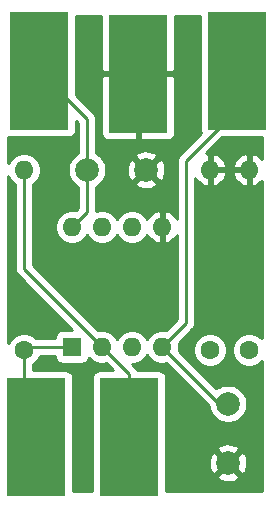
<source format=gtl>
G04 #@! TF.GenerationSoftware,KiCad,Pcbnew,(5.1.5)-3*
G04 #@! TF.CreationDate,2020-06-08T15:17:39-04:00*
G04 #@! TF.ProjectId,Vextrex Buzz Fix,56657874-7265-4782-9042-757a7a204669,rev?*
G04 #@! TF.SameCoordinates,Original*
G04 #@! TF.FileFunction,Copper,L1,Top*
G04 #@! TF.FilePolarity,Positive*
%FSLAX46Y46*%
G04 Gerber Fmt 4.6, Leading zero omitted, Abs format (unit mm)*
G04 Created by KiCad (PCBNEW (5.1.5)-3) date 2020-06-08 15:17:39*
%MOMM*%
%LPD*%
G04 APERTURE LIST*
%ADD10R,1.600000X1.600000*%
%ADD11O,1.600000X1.600000*%
%ADD12C,2.000000*%
%ADD13R,5.000000X10.000000*%
%ADD14C,1.600000*%
%ADD15C,0.600000*%
%ADD16C,0.250000*%
%ADD17C,0.254000*%
G04 APERTURE END LIST*
D10*
X149860000Y-115570000D03*
D11*
X157480000Y-105410000D03*
X152400000Y-115570000D03*
X154940000Y-105410000D03*
X154940000Y-115570000D03*
X152400000Y-105410000D03*
X157480000Y-115570000D03*
X149860000Y-105410000D03*
D12*
X151130000Y-100584000D03*
X156130000Y-100584000D03*
X163068000Y-120396000D03*
X163068000Y-125396000D03*
D13*
X154686000Y-123190000D03*
X146812000Y-123190000D03*
X147066000Y-92202000D03*
X163830000Y-92202000D03*
X155448000Y-92456000D03*
D14*
X161544000Y-115824000D03*
D11*
X161544000Y-100584000D03*
D14*
X164846000Y-115824000D03*
D11*
X164846000Y-100584000D03*
D14*
X145796000Y-115824000D03*
D11*
X145796000Y-100584000D03*
D15*
X159004000Y-122428000D03*
X159512000Y-115316000D03*
X146304000Y-113030000D03*
X150876000Y-120650000D03*
X155448000Y-109728000D03*
D16*
X151130000Y-100584000D02*
X151130000Y-96266000D01*
X151130000Y-96266000D02*
X147066000Y-92202000D01*
X151130000Y-100584000D02*
X151130000Y-104140000D01*
X151130000Y-104140000D02*
X149860000Y-105410000D01*
X163830000Y-92202000D02*
X163830000Y-95504000D01*
X163830000Y-95504000D02*
X159512000Y-99822000D01*
X159512000Y-99822000D02*
X159512000Y-113538000D01*
X159512000Y-113538000D02*
X157480000Y-115570000D01*
X163068000Y-120396000D02*
X162306000Y-120396000D01*
X162306000Y-120396000D02*
X157480000Y-115570000D01*
X145796000Y-100584000D02*
X145796000Y-108966000D01*
X145796000Y-108966000D02*
X152400000Y-115570000D01*
X154686000Y-123190000D02*
X154686000Y-117856000D01*
X154686000Y-117856000D02*
X152400000Y-115570000D01*
X149860000Y-115570000D02*
X146050000Y-115570000D01*
X146050000Y-115570000D02*
X145796000Y-115824000D01*
X145796000Y-115824000D02*
X145796000Y-122174000D01*
X145796000Y-122174000D02*
X146812000Y-123190000D01*
D17*
G36*
X148421928Y-116370000D02*
G01*
X148434188Y-116494482D01*
X148470498Y-116614180D01*
X148529463Y-116724494D01*
X148608815Y-116821185D01*
X148705506Y-116900537D01*
X148815820Y-116959502D01*
X148935518Y-116995812D01*
X149060000Y-117008072D01*
X150660000Y-117008072D01*
X150784482Y-116995812D01*
X150904180Y-116959502D01*
X151014494Y-116900537D01*
X151111185Y-116821185D01*
X151190537Y-116724494D01*
X151249502Y-116614180D01*
X151285812Y-116494482D01*
X151286643Y-116486039D01*
X151485241Y-116684637D01*
X151720273Y-116841680D01*
X151981426Y-116949853D01*
X152258665Y-117005000D01*
X152541335Y-117005000D01*
X152723886Y-116968688D01*
X153307126Y-117551928D01*
X152186000Y-117551928D01*
X152061518Y-117564188D01*
X151941820Y-117600498D01*
X151831506Y-117659463D01*
X151734815Y-117738815D01*
X151655463Y-117835506D01*
X151596498Y-117945820D01*
X151560188Y-118065518D01*
X151547928Y-118190000D01*
X151547928Y-127814000D01*
X149950072Y-127814000D01*
X149950072Y-118190000D01*
X149937812Y-118065518D01*
X149901502Y-117945820D01*
X149842537Y-117835506D01*
X149763185Y-117738815D01*
X149666494Y-117659463D01*
X149556180Y-117600498D01*
X149436482Y-117564188D01*
X149312000Y-117551928D01*
X146556000Y-117551928D01*
X146556000Y-117042043D01*
X146710759Y-116938637D01*
X146910637Y-116738759D01*
X147067680Y-116503727D01*
X147139640Y-116330000D01*
X148421928Y-116330000D01*
X148421928Y-116370000D01*
G37*
X148421928Y-116370000D02*
X148434188Y-116494482D01*
X148470498Y-116614180D01*
X148529463Y-116724494D01*
X148608815Y-116821185D01*
X148705506Y-116900537D01*
X148815820Y-116959502D01*
X148935518Y-116995812D01*
X149060000Y-117008072D01*
X150660000Y-117008072D01*
X150784482Y-116995812D01*
X150904180Y-116959502D01*
X151014494Y-116900537D01*
X151111185Y-116821185D01*
X151190537Y-116724494D01*
X151249502Y-116614180D01*
X151285812Y-116494482D01*
X151286643Y-116486039D01*
X151485241Y-116684637D01*
X151720273Y-116841680D01*
X151981426Y-116949853D01*
X152258665Y-117005000D01*
X152541335Y-117005000D01*
X152723886Y-116968688D01*
X153307126Y-117551928D01*
X152186000Y-117551928D01*
X152061518Y-117564188D01*
X151941820Y-117600498D01*
X151831506Y-117659463D01*
X151734815Y-117738815D01*
X151655463Y-117835506D01*
X151596498Y-117945820D01*
X151560188Y-118065518D01*
X151547928Y-118190000D01*
X151547928Y-127814000D01*
X149950072Y-127814000D01*
X149950072Y-118190000D01*
X149937812Y-118065518D01*
X149901502Y-117945820D01*
X149842537Y-117835506D01*
X149763185Y-117738815D01*
X149666494Y-117659463D01*
X149556180Y-117600498D01*
X149436482Y-117564188D01*
X149312000Y-117551928D01*
X146556000Y-117551928D01*
X146556000Y-117042043D01*
X146710759Y-116938637D01*
X146910637Y-116738759D01*
X147067680Y-116503727D01*
X147139640Y-116330000D01*
X148421928Y-116330000D01*
X148421928Y-116370000D01*
G36*
X165914000Y-99635814D02*
G01*
X165809414Y-99520481D01*
X165583420Y-99352963D01*
X165329087Y-99232754D01*
X165195039Y-99192096D01*
X164973000Y-99314085D01*
X164973000Y-100457000D01*
X164993000Y-100457000D01*
X164993000Y-100711000D01*
X164973000Y-100711000D01*
X164973000Y-101853915D01*
X165195039Y-101975904D01*
X165329087Y-101935246D01*
X165583420Y-101815037D01*
X165809414Y-101647519D01*
X165914000Y-101532186D01*
X165914001Y-114862605D01*
X165760759Y-114709363D01*
X165525727Y-114552320D01*
X165264574Y-114444147D01*
X164987335Y-114389000D01*
X164704665Y-114389000D01*
X164427426Y-114444147D01*
X164166273Y-114552320D01*
X163931241Y-114709363D01*
X163731363Y-114909241D01*
X163574320Y-115144273D01*
X163466147Y-115405426D01*
X163411000Y-115682665D01*
X163411000Y-115965335D01*
X163466147Y-116242574D01*
X163574320Y-116503727D01*
X163731363Y-116738759D01*
X163931241Y-116938637D01*
X164166273Y-117095680D01*
X164427426Y-117203853D01*
X164704665Y-117259000D01*
X164987335Y-117259000D01*
X165264574Y-117203853D01*
X165525727Y-117095680D01*
X165760759Y-116938637D01*
X165914001Y-116785395D01*
X165914001Y-127814000D01*
X157824072Y-127814000D01*
X157824072Y-126531413D01*
X162112192Y-126531413D01*
X162207956Y-126795814D01*
X162497571Y-126936704D01*
X162809108Y-127018384D01*
X163130595Y-127037718D01*
X163449675Y-126993961D01*
X163754088Y-126888795D01*
X163928044Y-126795814D01*
X164023808Y-126531413D01*
X163068000Y-125575605D01*
X162112192Y-126531413D01*
X157824072Y-126531413D01*
X157824072Y-125458595D01*
X161426282Y-125458595D01*
X161470039Y-125777675D01*
X161575205Y-126082088D01*
X161668186Y-126256044D01*
X161932587Y-126351808D01*
X162888395Y-125396000D01*
X163247605Y-125396000D01*
X164203413Y-126351808D01*
X164467814Y-126256044D01*
X164608704Y-125966429D01*
X164690384Y-125654892D01*
X164709718Y-125333405D01*
X164665961Y-125014325D01*
X164560795Y-124709912D01*
X164467814Y-124535956D01*
X164203413Y-124440192D01*
X163247605Y-125396000D01*
X162888395Y-125396000D01*
X161932587Y-124440192D01*
X161668186Y-124535956D01*
X161527296Y-124825571D01*
X161445616Y-125137108D01*
X161426282Y-125458595D01*
X157824072Y-125458595D01*
X157824072Y-124260587D01*
X162112192Y-124260587D01*
X163068000Y-125216395D01*
X164023808Y-124260587D01*
X163928044Y-123996186D01*
X163638429Y-123855296D01*
X163326892Y-123773616D01*
X163005405Y-123754282D01*
X162686325Y-123798039D01*
X162381912Y-123903205D01*
X162207956Y-123996186D01*
X162112192Y-124260587D01*
X157824072Y-124260587D01*
X157824072Y-118190000D01*
X157811812Y-118065518D01*
X157775502Y-117945820D01*
X157716537Y-117835506D01*
X157637185Y-117738815D01*
X157540494Y-117659463D01*
X157430180Y-117600498D01*
X157310482Y-117564188D01*
X157186000Y-117551928D01*
X155385225Y-117551928D01*
X155320974Y-117431724D01*
X155226001Y-117315999D01*
X155197003Y-117292201D01*
X154909802Y-117005000D01*
X155081335Y-117005000D01*
X155358574Y-116949853D01*
X155619727Y-116841680D01*
X155854759Y-116684637D01*
X156054637Y-116484759D01*
X156210000Y-116252241D01*
X156365363Y-116484759D01*
X156565241Y-116684637D01*
X156800273Y-116841680D01*
X157061426Y-116949853D01*
X157338665Y-117005000D01*
X157621335Y-117005000D01*
X157803887Y-116968688D01*
X161443123Y-120607925D01*
X161495832Y-120872912D01*
X161619082Y-121170463D01*
X161798013Y-121438252D01*
X162025748Y-121665987D01*
X162293537Y-121844918D01*
X162591088Y-121968168D01*
X162906967Y-122031000D01*
X163229033Y-122031000D01*
X163544912Y-121968168D01*
X163842463Y-121844918D01*
X164110252Y-121665987D01*
X164337987Y-121438252D01*
X164516918Y-121170463D01*
X164640168Y-120872912D01*
X164703000Y-120557033D01*
X164703000Y-120234967D01*
X164640168Y-119919088D01*
X164516918Y-119621537D01*
X164337987Y-119353748D01*
X164110252Y-119126013D01*
X163842463Y-118947082D01*
X163544912Y-118823832D01*
X163229033Y-118761000D01*
X162906967Y-118761000D01*
X162591088Y-118823832D01*
X162293537Y-118947082D01*
X162076742Y-119091940D01*
X158878688Y-115893887D01*
X158915000Y-115711335D01*
X158915000Y-115682665D01*
X160109000Y-115682665D01*
X160109000Y-115965335D01*
X160164147Y-116242574D01*
X160272320Y-116503727D01*
X160429363Y-116738759D01*
X160629241Y-116938637D01*
X160864273Y-117095680D01*
X161125426Y-117203853D01*
X161402665Y-117259000D01*
X161685335Y-117259000D01*
X161962574Y-117203853D01*
X162223727Y-117095680D01*
X162458759Y-116938637D01*
X162658637Y-116738759D01*
X162815680Y-116503727D01*
X162923853Y-116242574D01*
X162979000Y-115965335D01*
X162979000Y-115682665D01*
X162923853Y-115405426D01*
X162815680Y-115144273D01*
X162658637Y-114909241D01*
X162458759Y-114709363D01*
X162223727Y-114552320D01*
X161962574Y-114444147D01*
X161685335Y-114389000D01*
X161402665Y-114389000D01*
X161125426Y-114444147D01*
X160864273Y-114552320D01*
X160629241Y-114709363D01*
X160429363Y-114909241D01*
X160272320Y-115144273D01*
X160164147Y-115405426D01*
X160109000Y-115682665D01*
X158915000Y-115682665D01*
X158915000Y-115428665D01*
X158878688Y-115246114D01*
X160023003Y-114101799D01*
X160052001Y-114078001D01*
X160078332Y-114045917D01*
X160146974Y-113962277D01*
X160217546Y-113830247D01*
X160261003Y-113686986D01*
X160272000Y-113575333D01*
X160272000Y-113575323D01*
X160275676Y-113538000D01*
X160272000Y-113500677D01*
X160272000Y-101239683D01*
X160391615Y-101439131D01*
X160580586Y-101647519D01*
X160806580Y-101815037D01*
X161060913Y-101935246D01*
X161194961Y-101975904D01*
X161417000Y-101853915D01*
X161417000Y-100711000D01*
X161671000Y-100711000D01*
X161671000Y-101853915D01*
X161893039Y-101975904D01*
X162027087Y-101935246D01*
X162281420Y-101815037D01*
X162507414Y-101647519D01*
X162696385Y-101439131D01*
X162841070Y-101197881D01*
X162935909Y-100933040D01*
X163454091Y-100933040D01*
X163548930Y-101197881D01*
X163693615Y-101439131D01*
X163882586Y-101647519D01*
X164108580Y-101815037D01*
X164362913Y-101935246D01*
X164496961Y-101975904D01*
X164719000Y-101853915D01*
X164719000Y-100711000D01*
X163575376Y-100711000D01*
X163454091Y-100933040D01*
X162935909Y-100933040D01*
X162814624Y-100711000D01*
X161671000Y-100711000D01*
X161417000Y-100711000D01*
X161397000Y-100711000D01*
X161397000Y-100457000D01*
X161417000Y-100457000D01*
X161417000Y-99314085D01*
X161671000Y-99314085D01*
X161671000Y-100457000D01*
X162814624Y-100457000D01*
X162935909Y-100234960D01*
X163454091Y-100234960D01*
X163575376Y-100457000D01*
X164719000Y-100457000D01*
X164719000Y-99314085D01*
X164496961Y-99192096D01*
X164362913Y-99232754D01*
X164108580Y-99352963D01*
X163882586Y-99520481D01*
X163693615Y-99728869D01*
X163548930Y-99970119D01*
X163454091Y-100234960D01*
X162935909Y-100234960D01*
X162841070Y-99970119D01*
X162696385Y-99728869D01*
X162507414Y-99520481D01*
X162281420Y-99352963D01*
X162027087Y-99232754D01*
X161893039Y-99192096D01*
X161671000Y-99314085D01*
X161417000Y-99314085D01*
X161208995Y-99199806D01*
X162568730Y-97840072D01*
X165914000Y-97840072D01*
X165914000Y-99635814D01*
G37*
X165914000Y-99635814D02*
X165809414Y-99520481D01*
X165583420Y-99352963D01*
X165329087Y-99232754D01*
X165195039Y-99192096D01*
X164973000Y-99314085D01*
X164973000Y-100457000D01*
X164993000Y-100457000D01*
X164993000Y-100711000D01*
X164973000Y-100711000D01*
X164973000Y-101853915D01*
X165195039Y-101975904D01*
X165329087Y-101935246D01*
X165583420Y-101815037D01*
X165809414Y-101647519D01*
X165914000Y-101532186D01*
X165914001Y-114862605D01*
X165760759Y-114709363D01*
X165525727Y-114552320D01*
X165264574Y-114444147D01*
X164987335Y-114389000D01*
X164704665Y-114389000D01*
X164427426Y-114444147D01*
X164166273Y-114552320D01*
X163931241Y-114709363D01*
X163731363Y-114909241D01*
X163574320Y-115144273D01*
X163466147Y-115405426D01*
X163411000Y-115682665D01*
X163411000Y-115965335D01*
X163466147Y-116242574D01*
X163574320Y-116503727D01*
X163731363Y-116738759D01*
X163931241Y-116938637D01*
X164166273Y-117095680D01*
X164427426Y-117203853D01*
X164704665Y-117259000D01*
X164987335Y-117259000D01*
X165264574Y-117203853D01*
X165525727Y-117095680D01*
X165760759Y-116938637D01*
X165914001Y-116785395D01*
X165914001Y-127814000D01*
X157824072Y-127814000D01*
X157824072Y-126531413D01*
X162112192Y-126531413D01*
X162207956Y-126795814D01*
X162497571Y-126936704D01*
X162809108Y-127018384D01*
X163130595Y-127037718D01*
X163449675Y-126993961D01*
X163754088Y-126888795D01*
X163928044Y-126795814D01*
X164023808Y-126531413D01*
X163068000Y-125575605D01*
X162112192Y-126531413D01*
X157824072Y-126531413D01*
X157824072Y-125458595D01*
X161426282Y-125458595D01*
X161470039Y-125777675D01*
X161575205Y-126082088D01*
X161668186Y-126256044D01*
X161932587Y-126351808D01*
X162888395Y-125396000D01*
X163247605Y-125396000D01*
X164203413Y-126351808D01*
X164467814Y-126256044D01*
X164608704Y-125966429D01*
X164690384Y-125654892D01*
X164709718Y-125333405D01*
X164665961Y-125014325D01*
X164560795Y-124709912D01*
X164467814Y-124535956D01*
X164203413Y-124440192D01*
X163247605Y-125396000D01*
X162888395Y-125396000D01*
X161932587Y-124440192D01*
X161668186Y-124535956D01*
X161527296Y-124825571D01*
X161445616Y-125137108D01*
X161426282Y-125458595D01*
X157824072Y-125458595D01*
X157824072Y-124260587D01*
X162112192Y-124260587D01*
X163068000Y-125216395D01*
X164023808Y-124260587D01*
X163928044Y-123996186D01*
X163638429Y-123855296D01*
X163326892Y-123773616D01*
X163005405Y-123754282D01*
X162686325Y-123798039D01*
X162381912Y-123903205D01*
X162207956Y-123996186D01*
X162112192Y-124260587D01*
X157824072Y-124260587D01*
X157824072Y-118190000D01*
X157811812Y-118065518D01*
X157775502Y-117945820D01*
X157716537Y-117835506D01*
X157637185Y-117738815D01*
X157540494Y-117659463D01*
X157430180Y-117600498D01*
X157310482Y-117564188D01*
X157186000Y-117551928D01*
X155385225Y-117551928D01*
X155320974Y-117431724D01*
X155226001Y-117315999D01*
X155197003Y-117292201D01*
X154909802Y-117005000D01*
X155081335Y-117005000D01*
X155358574Y-116949853D01*
X155619727Y-116841680D01*
X155854759Y-116684637D01*
X156054637Y-116484759D01*
X156210000Y-116252241D01*
X156365363Y-116484759D01*
X156565241Y-116684637D01*
X156800273Y-116841680D01*
X157061426Y-116949853D01*
X157338665Y-117005000D01*
X157621335Y-117005000D01*
X157803887Y-116968688D01*
X161443123Y-120607925D01*
X161495832Y-120872912D01*
X161619082Y-121170463D01*
X161798013Y-121438252D01*
X162025748Y-121665987D01*
X162293537Y-121844918D01*
X162591088Y-121968168D01*
X162906967Y-122031000D01*
X163229033Y-122031000D01*
X163544912Y-121968168D01*
X163842463Y-121844918D01*
X164110252Y-121665987D01*
X164337987Y-121438252D01*
X164516918Y-121170463D01*
X164640168Y-120872912D01*
X164703000Y-120557033D01*
X164703000Y-120234967D01*
X164640168Y-119919088D01*
X164516918Y-119621537D01*
X164337987Y-119353748D01*
X164110252Y-119126013D01*
X163842463Y-118947082D01*
X163544912Y-118823832D01*
X163229033Y-118761000D01*
X162906967Y-118761000D01*
X162591088Y-118823832D01*
X162293537Y-118947082D01*
X162076742Y-119091940D01*
X158878688Y-115893887D01*
X158915000Y-115711335D01*
X158915000Y-115682665D01*
X160109000Y-115682665D01*
X160109000Y-115965335D01*
X160164147Y-116242574D01*
X160272320Y-116503727D01*
X160429363Y-116738759D01*
X160629241Y-116938637D01*
X160864273Y-117095680D01*
X161125426Y-117203853D01*
X161402665Y-117259000D01*
X161685335Y-117259000D01*
X161962574Y-117203853D01*
X162223727Y-117095680D01*
X162458759Y-116938637D01*
X162658637Y-116738759D01*
X162815680Y-116503727D01*
X162923853Y-116242574D01*
X162979000Y-115965335D01*
X162979000Y-115682665D01*
X162923853Y-115405426D01*
X162815680Y-115144273D01*
X162658637Y-114909241D01*
X162458759Y-114709363D01*
X162223727Y-114552320D01*
X161962574Y-114444147D01*
X161685335Y-114389000D01*
X161402665Y-114389000D01*
X161125426Y-114444147D01*
X160864273Y-114552320D01*
X160629241Y-114709363D01*
X160429363Y-114909241D01*
X160272320Y-115144273D01*
X160164147Y-115405426D01*
X160109000Y-115682665D01*
X158915000Y-115682665D01*
X158915000Y-115428665D01*
X158878688Y-115246114D01*
X160023003Y-114101799D01*
X160052001Y-114078001D01*
X160078332Y-114045917D01*
X160146974Y-113962277D01*
X160217546Y-113830247D01*
X160261003Y-113686986D01*
X160272000Y-113575333D01*
X160272000Y-113575323D01*
X160275676Y-113538000D01*
X160272000Y-113500677D01*
X160272000Y-101239683D01*
X160391615Y-101439131D01*
X160580586Y-101647519D01*
X160806580Y-101815037D01*
X161060913Y-101935246D01*
X161194961Y-101975904D01*
X161417000Y-101853915D01*
X161417000Y-100711000D01*
X161671000Y-100711000D01*
X161671000Y-101853915D01*
X161893039Y-101975904D01*
X162027087Y-101935246D01*
X162281420Y-101815037D01*
X162507414Y-101647519D01*
X162696385Y-101439131D01*
X162841070Y-101197881D01*
X162935909Y-100933040D01*
X163454091Y-100933040D01*
X163548930Y-101197881D01*
X163693615Y-101439131D01*
X163882586Y-101647519D01*
X164108580Y-101815037D01*
X164362913Y-101935246D01*
X164496961Y-101975904D01*
X164719000Y-101853915D01*
X164719000Y-100711000D01*
X163575376Y-100711000D01*
X163454091Y-100933040D01*
X162935909Y-100933040D01*
X162814624Y-100711000D01*
X161671000Y-100711000D01*
X161417000Y-100711000D01*
X161397000Y-100711000D01*
X161397000Y-100457000D01*
X161417000Y-100457000D01*
X161417000Y-99314085D01*
X161671000Y-99314085D01*
X161671000Y-100457000D01*
X162814624Y-100457000D01*
X162935909Y-100234960D01*
X163454091Y-100234960D01*
X163575376Y-100457000D01*
X164719000Y-100457000D01*
X164719000Y-99314085D01*
X164496961Y-99192096D01*
X164362913Y-99232754D01*
X164108580Y-99352963D01*
X163882586Y-99520481D01*
X163693615Y-99728869D01*
X163548930Y-99970119D01*
X163454091Y-100234960D01*
X162935909Y-100234960D01*
X162841070Y-99970119D01*
X162696385Y-99728869D01*
X162507414Y-99520481D01*
X162281420Y-99352963D01*
X162027087Y-99232754D01*
X161893039Y-99192096D01*
X161671000Y-99314085D01*
X161417000Y-99314085D01*
X161208995Y-99199806D01*
X162568730Y-97840072D01*
X165914000Y-97840072D01*
X165914000Y-99635814D01*
G36*
X144524320Y-101263727D02*
G01*
X144681363Y-101498759D01*
X144881241Y-101698637D01*
X145036000Y-101802044D01*
X145036001Y-108928668D01*
X145032324Y-108966000D01*
X145046998Y-109114985D01*
X145090454Y-109258246D01*
X145161026Y-109390276D01*
X145232201Y-109477002D01*
X145256000Y-109506001D01*
X145284998Y-109529799D01*
X149887126Y-114131928D01*
X149060000Y-114131928D01*
X148935518Y-114144188D01*
X148815820Y-114180498D01*
X148705506Y-114239463D01*
X148608815Y-114318815D01*
X148529463Y-114415506D01*
X148470498Y-114525820D01*
X148434188Y-114645518D01*
X148421928Y-114770000D01*
X148421928Y-114810000D01*
X146811396Y-114810000D01*
X146710759Y-114709363D01*
X146475727Y-114552320D01*
X146214574Y-114444147D01*
X145937335Y-114389000D01*
X145654665Y-114389000D01*
X145377426Y-114444147D01*
X145116273Y-114552320D01*
X144881241Y-114709363D01*
X144681363Y-114909241D01*
X144524320Y-115144273D01*
X144474000Y-115265756D01*
X144474000Y-101142244D01*
X144524320Y-101263727D01*
G37*
X144524320Y-101263727D02*
X144681363Y-101498759D01*
X144881241Y-101698637D01*
X145036000Y-101802044D01*
X145036001Y-108928668D01*
X145032324Y-108966000D01*
X145046998Y-109114985D01*
X145090454Y-109258246D01*
X145161026Y-109390276D01*
X145232201Y-109477002D01*
X145256000Y-109506001D01*
X145284998Y-109529799D01*
X149887126Y-114131928D01*
X149060000Y-114131928D01*
X148935518Y-114144188D01*
X148815820Y-114180498D01*
X148705506Y-114239463D01*
X148608815Y-114318815D01*
X148529463Y-114415506D01*
X148470498Y-114525820D01*
X148434188Y-114645518D01*
X148421928Y-114770000D01*
X148421928Y-114810000D01*
X146811396Y-114810000D01*
X146710759Y-114709363D01*
X146475727Y-114552320D01*
X146214574Y-114444147D01*
X145937335Y-114389000D01*
X145654665Y-114389000D01*
X145377426Y-114444147D01*
X145116273Y-114552320D01*
X144881241Y-114709363D01*
X144681363Y-114909241D01*
X144524320Y-115144273D01*
X144474000Y-115265756D01*
X144474000Y-101142244D01*
X144524320Y-101263727D01*
G36*
X152313000Y-92170250D02*
G01*
X152471750Y-92329000D01*
X155321000Y-92329000D01*
X155321000Y-92309000D01*
X155575000Y-92309000D01*
X155575000Y-92329000D01*
X158424250Y-92329000D01*
X158583000Y-92170250D01*
X158585992Y-87578000D01*
X160691928Y-87578000D01*
X160691928Y-97202000D01*
X160704188Y-97326482D01*
X160740498Y-97446180D01*
X160765759Y-97493439D01*
X159001003Y-99258196D01*
X158971999Y-99281999D01*
X158916871Y-99349174D01*
X158877026Y-99397724D01*
X158849839Y-99448587D01*
X158806454Y-99529754D01*
X158762997Y-99673015D01*
X158752000Y-99784668D01*
X158752000Y-99784678D01*
X158748324Y-99822000D01*
X158752000Y-99859322D01*
X158752000Y-104754317D01*
X158632385Y-104554869D01*
X158443414Y-104346481D01*
X158217420Y-104178963D01*
X157963087Y-104058754D01*
X157829039Y-104018096D01*
X157607000Y-104140085D01*
X157607000Y-105283000D01*
X157627000Y-105283000D01*
X157627000Y-105537000D01*
X157607000Y-105537000D01*
X157607000Y-106679915D01*
X157829039Y-106801904D01*
X157963087Y-106761246D01*
X158217420Y-106641037D01*
X158443414Y-106473519D01*
X158632385Y-106265131D01*
X158752000Y-106065682D01*
X158752001Y-113223197D01*
X157803886Y-114171312D01*
X157621335Y-114135000D01*
X157338665Y-114135000D01*
X157061426Y-114190147D01*
X156800273Y-114298320D01*
X156565241Y-114455363D01*
X156365363Y-114655241D01*
X156210000Y-114887759D01*
X156054637Y-114655241D01*
X155854759Y-114455363D01*
X155619727Y-114298320D01*
X155358574Y-114190147D01*
X155081335Y-114135000D01*
X154798665Y-114135000D01*
X154521426Y-114190147D01*
X154260273Y-114298320D01*
X154025241Y-114455363D01*
X153825363Y-114655241D01*
X153670000Y-114887759D01*
X153514637Y-114655241D01*
X153314759Y-114455363D01*
X153079727Y-114298320D01*
X152818574Y-114190147D01*
X152541335Y-114135000D01*
X152258665Y-114135000D01*
X152076114Y-114171312D01*
X146556000Y-108651199D01*
X146556000Y-101802043D01*
X146710759Y-101698637D01*
X146910637Y-101498759D01*
X147067680Y-101263727D01*
X147175853Y-101002574D01*
X147231000Y-100725335D01*
X147231000Y-100442665D01*
X147175853Y-100165426D01*
X147067680Y-99904273D01*
X146910637Y-99669241D01*
X146710759Y-99469363D01*
X146475727Y-99312320D01*
X146214574Y-99204147D01*
X145937335Y-99149000D01*
X145654665Y-99149000D01*
X145377426Y-99204147D01*
X145116273Y-99312320D01*
X144881241Y-99469363D01*
X144681363Y-99669241D01*
X144524320Y-99904273D01*
X144474000Y-100025756D01*
X144474000Y-97831011D01*
X144566000Y-97840072D01*
X149566000Y-97840072D01*
X149690482Y-97827812D01*
X149810180Y-97791502D01*
X149920494Y-97732537D01*
X150017185Y-97653185D01*
X150096537Y-97556494D01*
X150155502Y-97446180D01*
X150191812Y-97326482D01*
X150204072Y-97202000D01*
X150204072Y-96414874D01*
X150370001Y-96580803D01*
X150370000Y-99129091D01*
X150355537Y-99135082D01*
X150087748Y-99314013D01*
X149860013Y-99541748D01*
X149681082Y-99809537D01*
X149557832Y-100107088D01*
X149495000Y-100422967D01*
X149495000Y-100745033D01*
X149557832Y-101060912D01*
X149681082Y-101358463D01*
X149860013Y-101626252D01*
X150087748Y-101853987D01*
X150355537Y-102032918D01*
X150370000Y-102038909D01*
X150370001Y-103825197D01*
X150183886Y-104011312D01*
X150001335Y-103975000D01*
X149718665Y-103975000D01*
X149441426Y-104030147D01*
X149180273Y-104138320D01*
X148945241Y-104295363D01*
X148745363Y-104495241D01*
X148588320Y-104730273D01*
X148480147Y-104991426D01*
X148425000Y-105268665D01*
X148425000Y-105551335D01*
X148480147Y-105828574D01*
X148588320Y-106089727D01*
X148745363Y-106324759D01*
X148945241Y-106524637D01*
X149180273Y-106681680D01*
X149441426Y-106789853D01*
X149718665Y-106845000D01*
X150001335Y-106845000D01*
X150278574Y-106789853D01*
X150539727Y-106681680D01*
X150774759Y-106524637D01*
X150974637Y-106324759D01*
X151130000Y-106092241D01*
X151285363Y-106324759D01*
X151485241Y-106524637D01*
X151720273Y-106681680D01*
X151981426Y-106789853D01*
X152258665Y-106845000D01*
X152541335Y-106845000D01*
X152818574Y-106789853D01*
X153079727Y-106681680D01*
X153314759Y-106524637D01*
X153514637Y-106324759D01*
X153670000Y-106092241D01*
X153825363Y-106324759D01*
X154025241Y-106524637D01*
X154260273Y-106681680D01*
X154521426Y-106789853D01*
X154798665Y-106845000D01*
X155081335Y-106845000D01*
X155358574Y-106789853D01*
X155619727Y-106681680D01*
X155854759Y-106524637D01*
X156054637Y-106324759D01*
X156211680Y-106089727D01*
X156216067Y-106079135D01*
X156327615Y-106265131D01*
X156516586Y-106473519D01*
X156742580Y-106641037D01*
X156996913Y-106761246D01*
X157130961Y-106801904D01*
X157353000Y-106679915D01*
X157353000Y-105537000D01*
X157333000Y-105537000D01*
X157333000Y-105283000D01*
X157353000Y-105283000D01*
X157353000Y-104140085D01*
X157130961Y-104018096D01*
X156996913Y-104058754D01*
X156742580Y-104178963D01*
X156516586Y-104346481D01*
X156327615Y-104554869D01*
X156216067Y-104740865D01*
X156211680Y-104730273D01*
X156054637Y-104495241D01*
X155854759Y-104295363D01*
X155619727Y-104138320D01*
X155358574Y-104030147D01*
X155081335Y-103975000D01*
X154798665Y-103975000D01*
X154521426Y-104030147D01*
X154260273Y-104138320D01*
X154025241Y-104295363D01*
X153825363Y-104495241D01*
X153670000Y-104727759D01*
X153514637Y-104495241D01*
X153314759Y-104295363D01*
X153079727Y-104138320D01*
X152818574Y-104030147D01*
X152541335Y-103975000D01*
X152258665Y-103975000D01*
X151981426Y-104030147D01*
X151890000Y-104068017D01*
X151890000Y-102038909D01*
X151904463Y-102032918D01*
X152172252Y-101853987D01*
X152306826Y-101719413D01*
X155174192Y-101719413D01*
X155269956Y-101983814D01*
X155559571Y-102124704D01*
X155871108Y-102206384D01*
X156192595Y-102225718D01*
X156511675Y-102181961D01*
X156816088Y-102076795D01*
X156990044Y-101983814D01*
X157085808Y-101719413D01*
X156130000Y-100763605D01*
X155174192Y-101719413D01*
X152306826Y-101719413D01*
X152399987Y-101626252D01*
X152578918Y-101358463D01*
X152702168Y-101060912D01*
X152765000Y-100745033D01*
X152765000Y-100646595D01*
X154488282Y-100646595D01*
X154532039Y-100965675D01*
X154637205Y-101270088D01*
X154730186Y-101444044D01*
X154994587Y-101539808D01*
X155950395Y-100584000D01*
X156309605Y-100584000D01*
X157265413Y-101539808D01*
X157529814Y-101444044D01*
X157670704Y-101154429D01*
X157752384Y-100842892D01*
X157771718Y-100521405D01*
X157727961Y-100202325D01*
X157622795Y-99897912D01*
X157529814Y-99723956D01*
X157265413Y-99628192D01*
X156309605Y-100584000D01*
X155950395Y-100584000D01*
X154994587Y-99628192D01*
X154730186Y-99723956D01*
X154589296Y-100013571D01*
X154507616Y-100325108D01*
X154488282Y-100646595D01*
X152765000Y-100646595D01*
X152765000Y-100422967D01*
X152702168Y-100107088D01*
X152578918Y-99809537D01*
X152399987Y-99541748D01*
X152306826Y-99448587D01*
X155174192Y-99448587D01*
X156130000Y-100404395D01*
X157085808Y-99448587D01*
X156990044Y-99184186D01*
X156700429Y-99043296D01*
X156388892Y-98961616D01*
X156067405Y-98942282D01*
X155748325Y-98986039D01*
X155443912Y-99091205D01*
X155269956Y-99184186D01*
X155174192Y-99448587D01*
X152306826Y-99448587D01*
X152172252Y-99314013D01*
X151904463Y-99135082D01*
X151890000Y-99129091D01*
X151890000Y-97456000D01*
X152309928Y-97456000D01*
X152322188Y-97580482D01*
X152358498Y-97700180D01*
X152417463Y-97810494D01*
X152496815Y-97907185D01*
X152593506Y-97986537D01*
X152703820Y-98045502D01*
X152823518Y-98081812D01*
X152948000Y-98094072D01*
X155162250Y-98091000D01*
X155321000Y-97932250D01*
X155321000Y-92583000D01*
X155575000Y-92583000D01*
X155575000Y-97932250D01*
X155733750Y-98091000D01*
X157948000Y-98094072D01*
X158072482Y-98081812D01*
X158192180Y-98045502D01*
X158302494Y-97986537D01*
X158399185Y-97907185D01*
X158478537Y-97810494D01*
X158537502Y-97700180D01*
X158573812Y-97580482D01*
X158586072Y-97456000D01*
X158583000Y-92741750D01*
X158424250Y-92583000D01*
X155575000Y-92583000D01*
X155321000Y-92583000D01*
X152471750Y-92583000D01*
X152313000Y-92741750D01*
X152309928Y-97456000D01*
X151890000Y-97456000D01*
X151890000Y-96303323D01*
X151893676Y-96266000D01*
X151890000Y-96228677D01*
X151890000Y-96228667D01*
X151879003Y-96117014D01*
X151835546Y-95973753D01*
X151811238Y-95928276D01*
X151764974Y-95841723D01*
X151693799Y-95754997D01*
X151670001Y-95725999D01*
X151641003Y-95702201D01*
X150204072Y-94265270D01*
X150204072Y-87578000D01*
X152310008Y-87578000D01*
X152313000Y-92170250D01*
G37*
X152313000Y-92170250D02*
X152471750Y-92329000D01*
X155321000Y-92329000D01*
X155321000Y-92309000D01*
X155575000Y-92309000D01*
X155575000Y-92329000D01*
X158424250Y-92329000D01*
X158583000Y-92170250D01*
X158585992Y-87578000D01*
X160691928Y-87578000D01*
X160691928Y-97202000D01*
X160704188Y-97326482D01*
X160740498Y-97446180D01*
X160765759Y-97493439D01*
X159001003Y-99258196D01*
X158971999Y-99281999D01*
X158916871Y-99349174D01*
X158877026Y-99397724D01*
X158849839Y-99448587D01*
X158806454Y-99529754D01*
X158762997Y-99673015D01*
X158752000Y-99784668D01*
X158752000Y-99784678D01*
X158748324Y-99822000D01*
X158752000Y-99859322D01*
X158752000Y-104754317D01*
X158632385Y-104554869D01*
X158443414Y-104346481D01*
X158217420Y-104178963D01*
X157963087Y-104058754D01*
X157829039Y-104018096D01*
X157607000Y-104140085D01*
X157607000Y-105283000D01*
X157627000Y-105283000D01*
X157627000Y-105537000D01*
X157607000Y-105537000D01*
X157607000Y-106679915D01*
X157829039Y-106801904D01*
X157963087Y-106761246D01*
X158217420Y-106641037D01*
X158443414Y-106473519D01*
X158632385Y-106265131D01*
X158752000Y-106065682D01*
X158752001Y-113223197D01*
X157803886Y-114171312D01*
X157621335Y-114135000D01*
X157338665Y-114135000D01*
X157061426Y-114190147D01*
X156800273Y-114298320D01*
X156565241Y-114455363D01*
X156365363Y-114655241D01*
X156210000Y-114887759D01*
X156054637Y-114655241D01*
X155854759Y-114455363D01*
X155619727Y-114298320D01*
X155358574Y-114190147D01*
X155081335Y-114135000D01*
X154798665Y-114135000D01*
X154521426Y-114190147D01*
X154260273Y-114298320D01*
X154025241Y-114455363D01*
X153825363Y-114655241D01*
X153670000Y-114887759D01*
X153514637Y-114655241D01*
X153314759Y-114455363D01*
X153079727Y-114298320D01*
X152818574Y-114190147D01*
X152541335Y-114135000D01*
X152258665Y-114135000D01*
X152076114Y-114171312D01*
X146556000Y-108651199D01*
X146556000Y-101802043D01*
X146710759Y-101698637D01*
X146910637Y-101498759D01*
X147067680Y-101263727D01*
X147175853Y-101002574D01*
X147231000Y-100725335D01*
X147231000Y-100442665D01*
X147175853Y-100165426D01*
X147067680Y-99904273D01*
X146910637Y-99669241D01*
X146710759Y-99469363D01*
X146475727Y-99312320D01*
X146214574Y-99204147D01*
X145937335Y-99149000D01*
X145654665Y-99149000D01*
X145377426Y-99204147D01*
X145116273Y-99312320D01*
X144881241Y-99469363D01*
X144681363Y-99669241D01*
X144524320Y-99904273D01*
X144474000Y-100025756D01*
X144474000Y-97831011D01*
X144566000Y-97840072D01*
X149566000Y-97840072D01*
X149690482Y-97827812D01*
X149810180Y-97791502D01*
X149920494Y-97732537D01*
X150017185Y-97653185D01*
X150096537Y-97556494D01*
X150155502Y-97446180D01*
X150191812Y-97326482D01*
X150204072Y-97202000D01*
X150204072Y-96414874D01*
X150370001Y-96580803D01*
X150370000Y-99129091D01*
X150355537Y-99135082D01*
X150087748Y-99314013D01*
X149860013Y-99541748D01*
X149681082Y-99809537D01*
X149557832Y-100107088D01*
X149495000Y-100422967D01*
X149495000Y-100745033D01*
X149557832Y-101060912D01*
X149681082Y-101358463D01*
X149860013Y-101626252D01*
X150087748Y-101853987D01*
X150355537Y-102032918D01*
X150370000Y-102038909D01*
X150370001Y-103825197D01*
X150183886Y-104011312D01*
X150001335Y-103975000D01*
X149718665Y-103975000D01*
X149441426Y-104030147D01*
X149180273Y-104138320D01*
X148945241Y-104295363D01*
X148745363Y-104495241D01*
X148588320Y-104730273D01*
X148480147Y-104991426D01*
X148425000Y-105268665D01*
X148425000Y-105551335D01*
X148480147Y-105828574D01*
X148588320Y-106089727D01*
X148745363Y-106324759D01*
X148945241Y-106524637D01*
X149180273Y-106681680D01*
X149441426Y-106789853D01*
X149718665Y-106845000D01*
X150001335Y-106845000D01*
X150278574Y-106789853D01*
X150539727Y-106681680D01*
X150774759Y-106524637D01*
X150974637Y-106324759D01*
X151130000Y-106092241D01*
X151285363Y-106324759D01*
X151485241Y-106524637D01*
X151720273Y-106681680D01*
X151981426Y-106789853D01*
X152258665Y-106845000D01*
X152541335Y-106845000D01*
X152818574Y-106789853D01*
X153079727Y-106681680D01*
X153314759Y-106524637D01*
X153514637Y-106324759D01*
X153670000Y-106092241D01*
X153825363Y-106324759D01*
X154025241Y-106524637D01*
X154260273Y-106681680D01*
X154521426Y-106789853D01*
X154798665Y-106845000D01*
X155081335Y-106845000D01*
X155358574Y-106789853D01*
X155619727Y-106681680D01*
X155854759Y-106524637D01*
X156054637Y-106324759D01*
X156211680Y-106089727D01*
X156216067Y-106079135D01*
X156327615Y-106265131D01*
X156516586Y-106473519D01*
X156742580Y-106641037D01*
X156996913Y-106761246D01*
X157130961Y-106801904D01*
X157353000Y-106679915D01*
X157353000Y-105537000D01*
X157333000Y-105537000D01*
X157333000Y-105283000D01*
X157353000Y-105283000D01*
X157353000Y-104140085D01*
X157130961Y-104018096D01*
X156996913Y-104058754D01*
X156742580Y-104178963D01*
X156516586Y-104346481D01*
X156327615Y-104554869D01*
X156216067Y-104740865D01*
X156211680Y-104730273D01*
X156054637Y-104495241D01*
X155854759Y-104295363D01*
X155619727Y-104138320D01*
X155358574Y-104030147D01*
X155081335Y-103975000D01*
X154798665Y-103975000D01*
X154521426Y-104030147D01*
X154260273Y-104138320D01*
X154025241Y-104295363D01*
X153825363Y-104495241D01*
X153670000Y-104727759D01*
X153514637Y-104495241D01*
X153314759Y-104295363D01*
X153079727Y-104138320D01*
X152818574Y-104030147D01*
X152541335Y-103975000D01*
X152258665Y-103975000D01*
X151981426Y-104030147D01*
X151890000Y-104068017D01*
X151890000Y-102038909D01*
X151904463Y-102032918D01*
X152172252Y-101853987D01*
X152306826Y-101719413D01*
X155174192Y-101719413D01*
X155269956Y-101983814D01*
X155559571Y-102124704D01*
X155871108Y-102206384D01*
X156192595Y-102225718D01*
X156511675Y-102181961D01*
X156816088Y-102076795D01*
X156990044Y-101983814D01*
X157085808Y-101719413D01*
X156130000Y-100763605D01*
X155174192Y-101719413D01*
X152306826Y-101719413D01*
X152399987Y-101626252D01*
X152578918Y-101358463D01*
X152702168Y-101060912D01*
X152765000Y-100745033D01*
X152765000Y-100646595D01*
X154488282Y-100646595D01*
X154532039Y-100965675D01*
X154637205Y-101270088D01*
X154730186Y-101444044D01*
X154994587Y-101539808D01*
X155950395Y-100584000D01*
X156309605Y-100584000D01*
X157265413Y-101539808D01*
X157529814Y-101444044D01*
X157670704Y-101154429D01*
X157752384Y-100842892D01*
X157771718Y-100521405D01*
X157727961Y-100202325D01*
X157622795Y-99897912D01*
X157529814Y-99723956D01*
X157265413Y-99628192D01*
X156309605Y-100584000D01*
X155950395Y-100584000D01*
X154994587Y-99628192D01*
X154730186Y-99723956D01*
X154589296Y-100013571D01*
X154507616Y-100325108D01*
X154488282Y-100646595D01*
X152765000Y-100646595D01*
X152765000Y-100422967D01*
X152702168Y-100107088D01*
X152578918Y-99809537D01*
X152399987Y-99541748D01*
X152306826Y-99448587D01*
X155174192Y-99448587D01*
X156130000Y-100404395D01*
X157085808Y-99448587D01*
X156990044Y-99184186D01*
X156700429Y-99043296D01*
X156388892Y-98961616D01*
X156067405Y-98942282D01*
X155748325Y-98986039D01*
X155443912Y-99091205D01*
X155269956Y-99184186D01*
X155174192Y-99448587D01*
X152306826Y-99448587D01*
X152172252Y-99314013D01*
X151904463Y-99135082D01*
X151890000Y-99129091D01*
X151890000Y-97456000D01*
X152309928Y-97456000D01*
X152322188Y-97580482D01*
X152358498Y-97700180D01*
X152417463Y-97810494D01*
X152496815Y-97907185D01*
X152593506Y-97986537D01*
X152703820Y-98045502D01*
X152823518Y-98081812D01*
X152948000Y-98094072D01*
X155162250Y-98091000D01*
X155321000Y-97932250D01*
X155321000Y-92583000D01*
X155575000Y-92583000D01*
X155575000Y-97932250D01*
X155733750Y-98091000D01*
X157948000Y-98094072D01*
X158072482Y-98081812D01*
X158192180Y-98045502D01*
X158302494Y-97986537D01*
X158399185Y-97907185D01*
X158478537Y-97810494D01*
X158537502Y-97700180D01*
X158573812Y-97580482D01*
X158586072Y-97456000D01*
X158583000Y-92741750D01*
X158424250Y-92583000D01*
X155575000Y-92583000D01*
X155321000Y-92583000D01*
X152471750Y-92583000D01*
X152313000Y-92741750D01*
X152309928Y-97456000D01*
X151890000Y-97456000D01*
X151890000Y-96303323D01*
X151893676Y-96266000D01*
X151890000Y-96228677D01*
X151890000Y-96228667D01*
X151879003Y-96117014D01*
X151835546Y-95973753D01*
X151811238Y-95928276D01*
X151764974Y-95841723D01*
X151693799Y-95754997D01*
X151670001Y-95725999D01*
X151641003Y-95702201D01*
X150204072Y-94265270D01*
X150204072Y-87578000D01*
X152310008Y-87578000D01*
X152313000Y-92170250D01*
M02*

</source>
